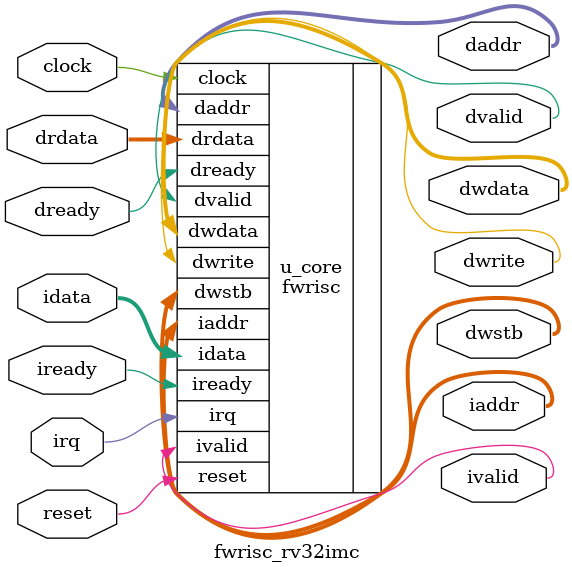
<source format=sv>
/****************************************************************************
 * fwrisc_rv32im.sv
 ****************************************************************************/

/**
 * Module: fwrisc_rv32imc
 * 
 * TODO: Add module documentation
 */
module fwrisc_rv32imc(
		input			clock,
		input			reset,
		
		output[31:0]	iaddr,
		input[31:0]		idata,
		output			ivalid,
		input			iready,
		
		output			dvalid,
		output[31:0]	daddr,
		output[31:0]	dwdata,
		output[3:0]		dwstb,
		output			dwrite,
		input[31:0]		drdata,
		input			dready,
		input			irq
		);

	fwrisc #(
			.ENABLE_COMPRESSED  (1), 
			.ENABLE_MUL_DIV     (1), 
			.ENABLE_DEP         (0), 
			.ENABLE_COUNTERS    (1)
		) u_core (
			.clock              (clock             ), 
			.reset              (reset             ), 
			.iaddr              (iaddr             ), 
			.idata              (idata             ), 
			.ivalid             (ivalid            ), 
			.iready             (iready            ), 
			.dvalid             (dvalid            ), 
			.daddr              (daddr             ), 
			.dwdata             (dwdata            ), 
			.dwstb              (dwstb             ), 
			.dwrite             (dwrite            ), 
			.drdata             (drdata            ), 
			.dready             (dready            ),
			.irq                (irq               ));

endmodule



</source>
